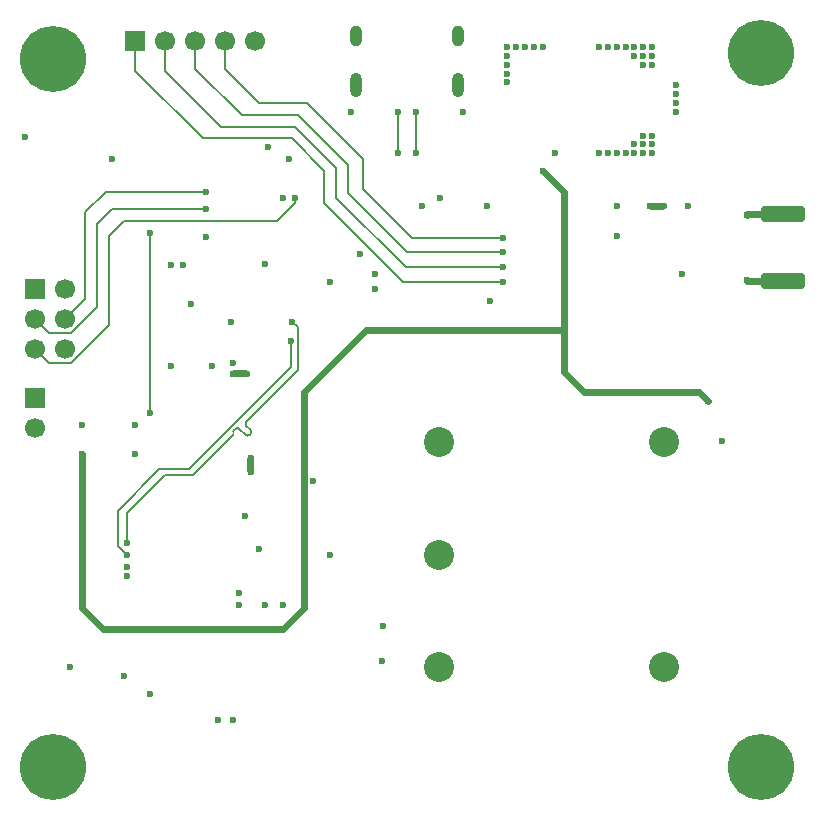
<source format=gbr>
%TF.GenerationSoftware,KiCad,Pcbnew,9.0.4*%
%TF.CreationDate,2025-10-02T19:15:19+02:00*%
%TF.ProjectId,gpsdo,67707364-6f2e-46b6-9963-61645f706362,rev?*%
%TF.SameCoordinates,Original*%
%TF.FileFunction,Copper,L4,Bot*%
%TF.FilePolarity,Positive*%
%FSLAX46Y46*%
G04 Gerber Fmt 4.6, Leading zero omitted, Abs format (unit mm)*
G04 Created by KiCad (PCBNEW 9.0.4) date 2025-10-02 19:15:19*
%MOMM*%
%LPD*%
G01*
G04 APERTURE LIST*
G04 Aperture macros list*
%AMRoundRect*
0 Rectangle with rounded corners*
0 $1 Rounding radius*
0 $2 $3 $4 $5 $6 $7 $8 $9 X,Y pos of 4 corners*
0 Add a 4 corners polygon primitive as box body*
4,1,4,$2,$3,$4,$5,$6,$7,$8,$9,$2,$3,0*
0 Add four circle primitives for the rounded corners*
1,1,$1+$1,$2,$3*
1,1,$1+$1,$4,$5*
1,1,$1+$1,$6,$7*
1,1,$1+$1,$8,$9*
0 Add four rect primitives between the rounded corners*
20,1,$1+$1,$2,$3,$4,$5,0*
20,1,$1+$1,$4,$5,$6,$7,0*
20,1,$1+$1,$6,$7,$8,$9,0*
20,1,$1+$1,$8,$9,$2,$3,0*%
G04 Aperture macros list end*
%TA.AperFunction,EtchedComponent*%
%ADD10C,0.000000*%
%TD*%
%TA.AperFunction,ComponentPad*%
%ADD11R,1.700000X1.700000*%
%TD*%
%TA.AperFunction,ComponentPad*%
%ADD12C,1.700000*%
%TD*%
%TA.AperFunction,ConnectorPad*%
%ADD13C,5.600000*%
%TD*%
%TA.AperFunction,ComponentPad*%
%ADD14C,3.600000*%
%TD*%
%TA.AperFunction,SMDPad,CuDef*%
%ADD15RoundRect,0.250000X1.600000X-0.425000X1.600000X0.425000X-1.600000X0.425000X-1.600000X-0.425000X0*%
%TD*%
%TA.AperFunction,HeatsinkPad*%
%ADD16O,1.000000X1.800000*%
%TD*%
%TA.AperFunction,HeatsinkPad*%
%ADD17O,1.000000X2.100000*%
%TD*%
%TA.AperFunction,ComponentPad*%
%ADD18C,0.600000*%
%TD*%
%TA.AperFunction,ComponentPad*%
%ADD19C,2.540000*%
%TD*%
%TA.AperFunction,ViaPad*%
%ADD20C,0.600000*%
%TD*%
%TA.AperFunction,Conductor*%
%ADD21C,0.200000*%
%TD*%
%TA.AperFunction,Conductor*%
%ADD22C,0.600000*%
%TD*%
G04 APERTURE END LIST*
D10*
%TA.AperFunction,EtchedComponent*%
%TO.C,NT1*%
G36*
X129800000Y-104750000D02*
G01*
X129200000Y-104750000D01*
X129200000Y-103550000D01*
X129800000Y-103550000D01*
X129800000Y-104750000D01*
G37*
%TD.AperFunction*%
%TA.AperFunction,EtchedComponent*%
%TO.C,NT2*%
G36*
X129200000Y-96700000D02*
G01*
X128000000Y-96700000D01*
X128000000Y-96100000D01*
X129200000Y-96100000D01*
X129200000Y-96700000D01*
G37*
%TD.AperFunction*%
%TA.AperFunction,EtchedComponent*%
%TO.C,NT3*%
G36*
X164500000Y-82550000D02*
G01*
X163300000Y-82550000D01*
X163300000Y-81950000D01*
X164500000Y-81950000D01*
X164500000Y-82550000D01*
G37*
%TD.AperFunction*%
%TD*%
D11*
%TO.P,J7,1,Pin_1*%
%TO.N,OCXO_5MHZ*%
X119750000Y-68250000D03*
D12*
%TO.P,J7,2,Pin_2*%
%TO.N,OCXO_2.5MHZ*%
X122290000Y-68250000D03*
%TO.P,J7,3,Pin_3*%
%TO.N,OCXO_1.25MHZ*%
X124830000Y-68250000D03*
%TO.P,J7,4,Pin_4*%
%TO.N,OCXO_625KHZ*%
X127370000Y-68250000D03*
%TO.P,J7,5,Pin_5*%
%TO.N,GND*%
X129910000Y-68250000D03*
%TD*%
D13*
%TO.P,REF\u002A\u002A,1*%
%TO.N,N/C*%
X112750000Y-69750000D03*
D14*
X112750000Y-69750000D03*
%TD*%
D12*
%TO.P,J1,2,Pin_2*%
%TO.N,GND*%
X111250000Y-101015000D03*
D11*
%TO.P,J1,1,Pin_1*%
%TO.N,PPS_5V*%
X111250000Y-98475000D03*
%TD*%
D15*
%TO.P,J5,2,Ext*%
%TO.N,GNDA*%
X174587500Y-88575000D03*
X174587500Y-82925000D03*
%TD*%
D13*
%TO.P,REF\u002A\u002A,1*%
%TO.N,N/C*%
X172750000Y-129750000D03*
D14*
X172750000Y-129750000D03*
%TD*%
D16*
%TO.P,J3,S1,SHIELD*%
%TO.N,GND*%
X138430000Y-67800000D03*
D17*
X138430000Y-72000000D03*
D16*
X147070000Y-67800000D03*
D17*
X147070000Y-72000000D03*
%TD*%
D13*
%TO.P,REF\u002A\u002A,1*%
%TO.N,N/C*%
X172750000Y-69250000D03*
D14*
X172750000Y-69250000D03*
%TD*%
D13*
%TO.P,REF\u002A\u002A,1*%
%TO.N,N/C*%
X112750000Y-129750000D03*
D14*
X112750000Y-129750000D03*
%TD*%
D18*
%TO.P,NT1,2,2*%
%TO.N,GND*%
X129500000Y-103550000D03*
%TO.P,NT1,1,1*%
%TO.N,GNDA*%
X129500000Y-104750000D03*
%TD*%
%TO.P,NT2,2,2*%
%TO.N,VDD_3V3*%
X128000000Y-96400000D03*
%TO.P,NT2,1,1*%
%TO.N,VDDA_3V3*%
X129200000Y-96400000D03*
%TD*%
D12*
%TO.P,J2,6,Pin_6*%
%TO.N,GND*%
X113790000Y-94357500D03*
%TO.P,J2,5,Pin_5*%
%TO.N,SWDIO*%
X111250000Y-94357500D03*
%TO.P,J2,4,Pin_4*%
%TO.N,SWCLK*%
X113790000Y-91817500D03*
%TO.P,J2,3,Pin_3*%
%TO.N,SWO*%
X111250000Y-91817500D03*
%TO.P,J2,2,Pin_2*%
%TO.N,NRST*%
X113790000Y-89277500D03*
D11*
%TO.P,J2,1,Pin_1*%
%TO.N,VDD_3V3*%
X111250000Y-89277500D03*
%TD*%
D18*
%TO.P,NT3,2,2*%
%TO.N,GND*%
X163300000Y-82250000D03*
%TO.P,NT3,1,1*%
%TO.N,GNDA*%
X164500000Y-82250000D03*
%TD*%
D19*
%TO.P,OSC5A2B1,5,Vcc*%
%TO.N,VCC_5V*%
X164500000Y-102225000D03*
%TO.P,OSC5A2B1,4,NC*%
%TO.N,unconnected-(OSC5A2B1-NC-Pad4)*%
X164500000Y-121275000D03*
%TO.P,OSC5A2B1,3,Vref*%
%TO.N,Net-(OSC5A2B1-Vref)*%
X145450000Y-121275000D03*
%TO.P,OSC5A2B1,2,GND*%
%TO.N,GNDA*%
X145450000Y-111750000D03*
%TO.P,OSC5A2B1,1,Out*%
%TO.N,OCXO_Out*%
X145450000Y-102225000D03*
%TD*%
D20*
%TO.N,VDD_3V3*%
X129000000Y-108500000D03*
%TO.N,GNDA*%
X134800000Y-105500000D03*
%TO.N,GND*%
X119750000Y-100750000D03*
%TO.N,VDD_3V3*%
X119750000Y-103250000D03*
%TO.N,GND*%
X115250000Y-100750000D03*
%TO.N,VCC_5V*%
X115250000Y-103250000D03*
X151000000Y-92750000D03*
%TO.N,GND*%
X149750000Y-90250000D03*
X149500000Y-82250000D03*
X144000000Y-82250000D03*
%TO.N,VDD_3V3*%
X145500000Y-81500000D03*
%TO.N,OCXO_5MHZ*%
X150905000Y-88655000D03*
%TO.N,OCXO_2.5MHZ*%
X150865000Y-87385000D03*
%TO.N,OCXO_1.25MHZ*%
X150865000Y-86115000D03*
%TO.N,OCXO_625KHZ*%
X150865000Y-84900000D03*
%TO.N,VCC_5V*%
X156000000Y-92750000D03*
%TO.N,GND*%
X160500000Y-84750000D03*
X160500000Y-82250000D03*
%TO.N,VCC_5V*%
X168250000Y-98750000D03*
X126250000Y-118000000D03*
X134000000Y-114000000D03*
%TO.N,GND*%
X126250000Y-95750000D03*
X122750000Y-95750000D03*
X165500000Y-74250000D03*
X152000000Y-68750000D03*
X119000000Y-112750000D03*
X151250000Y-71000000D03*
X138000000Y-74250000D03*
X152750000Y-68750000D03*
X165500000Y-72750000D03*
X151250000Y-68750000D03*
X124500000Y-90500000D03*
X153500000Y-68750000D03*
X136250000Y-88650000D03*
X117800000Y-78200000D03*
X140000000Y-89250000D03*
X165500000Y-73500000D03*
X165500000Y-72000000D03*
X154250000Y-68750000D03*
X128000000Y-95500000D03*
X132250000Y-81500000D03*
X140000000Y-88000000D03*
X155250000Y-77750000D03*
X151250000Y-71750000D03*
X130687500Y-87115000D03*
X151250000Y-70250000D03*
X151250000Y-69500000D03*
X127850000Y-92000000D03*
X125750000Y-84850000D03*
X132750000Y-78250000D03*
X147500000Y-74250000D03*
X122750000Y-87250000D03*
%TO.N,AD5541A_CS*%
X121000000Y-84500000D03*
X121000000Y-99750000D03*
%TO.N,AD5541A_DIN*%
X132900000Y-93625000D03*
X119000000Y-111750000D03*
%TO.N,AD5541A_SCLK*%
X119000000Y-110713343D03*
X133000000Y-92000000D03*
%TO.N,SWCLK*%
X125750000Y-81000000D03*
%TO.N,SWO*%
X125750000Y-82500000D03*
%TO.N,SWDIO*%
X133250000Y-81500000D03*
%TO.N,USB_P*%
X142000000Y-77750000D03*
X142000000Y-74250000D03*
%TO.N,USB_N*%
X143536657Y-74250000D03*
X143500000Y-77750000D03*
%TO.N,GNDA*%
X166500000Y-82250000D03*
X130750000Y-116000000D03*
X166000000Y-88000000D03*
X132250000Y-116000000D03*
X130250000Y-111250000D03*
X171500000Y-83000000D03*
X121000000Y-123500000D03*
X118750000Y-122000000D03*
X140625000Y-120750000D03*
X126750000Y-125750000D03*
X171500000Y-88500000D03*
X128500000Y-115978750D03*
X128000000Y-125750000D03*
X140750000Y-117750000D03*
X169407500Y-102092500D03*
X128500000Y-114978750D03*
X114250000Y-121250000D03*
%TO.N,VDD_3V3*%
X163500000Y-76250000D03*
X159000000Y-77750000D03*
X163500000Y-68750000D03*
X163500000Y-69500000D03*
X162750000Y-68750000D03*
X162750000Y-77000000D03*
X162000000Y-69500000D03*
X163500000Y-77000000D03*
X110400000Y-76400000D03*
X162750000Y-69500000D03*
X159750000Y-68750000D03*
X162000000Y-77000000D03*
X160500000Y-68750000D03*
X162750000Y-76250000D03*
X162000000Y-68750000D03*
X163500000Y-70250000D03*
X162750000Y-70250000D03*
X161250000Y-68750000D03*
X138750000Y-86250000D03*
X119000000Y-113550003D03*
X162750000Y-77750000D03*
X160500000Y-77750000D03*
X162000000Y-77750000D03*
X131000000Y-77250000D03*
X123750000Y-87250000D03*
X159750000Y-77750000D03*
X136250000Y-111750000D03*
X159000000Y-68750000D03*
X163500000Y-77750000D03*
X161250000Y-77750000D03*
%TO.N,VCC_5V*%
X154250000Y-79250000D03*
%TD*%
D21*
%TO.N,AD5541A_CS*%
X121000000Y-84500000D02*
X121000000Y-99750000D01*
%TO.N,OCXO_5MHZ*%
X135750000Y-82000000D02*
X142405000Y-88655000D01*
X135750000Y-79250000D02*
X135750000Y-82000000D01*
X142405000Y-88655000D02*
X150905000Y-88655000D01*
X125500000Y-76500000D02*
X133000000Y-76500000D01*
X133000000Y-76500000D02*
X135750000Y-79250000D01*
X119750000Y-70750000D02*
X125500000Y-76500000D01*
X119750000Y-68250000D02*
X119750000Y-70750000D01*
D22*
%TO.N,VCC_5V*%
X115250000Y-116250000D02*
X115250000Y-103250000D01*
X117000000Y-118000000D02*
X115250000Y-116250000D01*
X126250000Y-118000000D02*
X117000000Y-118000000D01*
X154250000Y-79250000D02*
X156000000Y-81000000D01*
X156000000Y-81000000D02*
X156000000Y-92750000D01*
X157750000Y-98000000D02*
X156000000Y-96250000D01*
X167500000Y-98000000D02*
X157750000Y-98000000D01*
X168250000Y-98750000D02*
X167500000Y-98000000D01*
X156000000Y-96250000D02*
X156000000Y-92750000D01*
X151000000Y-92750000D02*
X139250000Y-92750000D01*
D21*
%TO.N,OCXO_625KHZ*%
X150865000Y-84900000D02*
X143150000Y-84900000D01*
X139000000Y-80750000D02*
X143150000Y-84900000D01*
X130250000Y-73500000D02*
X134250000Y-73500000D01*
X134250000Y-73500000D02*
X139000000Y-78250000D01*
X139000000Y-78250000D02*
X139000000Y-80750000D01*
X127370000Y-70620000D02*
X130250000Y-73500000D01*
X127370000Y-68250000D02*
X127370000Y-70620000D01*
%TO.N,OCXO_1.25MHZ*%
X137750000Y-81099943D02*
X142765057Y-86115000D01*
X133500000Y-74500000D02*
X137750000Y-78750000D01*
X142765057Y-86115000D02*
X150865000Y-86115000D01*
X124830000Y-70580000D02*
X128750000Y-74500000D01*
X128750000Y-74500000D02*
X133500000Y-74500000D01*
X124830000Y-68250000D02*
X124830000Y-70580000D01*
X137750000Y-78750000D02*
X137750000Y-81099943D01*
%TO.N,OCXO_2.5MHZ*%
X136750000Y-81500000D02*
X142635000Y-87385000D01*
X133250000Y-75500000D02*
X136750000Y-79000000D01*
X142635000Y-87385000D02*
X150885000Y-87385000D01*
X127000000Y-75500000D02*
X133250000Y-75500000D01*
X122290000Y-70790000D02*
X127000000Y-75500000D01*
X122290000Y-68250000D02*
X122290000Y-70790000D01*
X136750000Y-79000000D02*
X136750000Y-81500000D01*
D22*
%TO.N,VCC_5V*%
X134000000Y-98000000D02*
X134000000Y-114000000D01*
X139250000Y-92750000D02*
X134000000Y-98000000D01*
X151000000Y-92750000D02*
X156000000Y-92750000D01*
X132250000Y-118000000D02*
X134000000Y-116250000D01*
X134000000Y-116250000D02*
X134000000Y-114000000D01*
X126250000Y-118000000D02*
X132250000Y-118000000D01*
D21*
%TO.N,AD5541A_DIN*%
X118250000Y-108000000D02*
X121750000Y-104500000D01*
X124250000Y-104500000D02*
X132900000Y-95850000D01*
X121750000Y-104500000D02*
X124250000Y-104500000D01*
X118250000Y-111000000D02*
X118250000Y-108000000D01*
X132900000Y-95850000D02*
X132900000Y-93625000D01*
X119000000Y-111750000D02*
X118250000Y-111000000D01*
%TO.N,AD5541A_SCLK*%
X119000000Y-110613343D02*
X119100000Y-110713343D01*
X133000000Y-92000000D02*
X133500000Y-92500000D01*
X128054167Y-101570830D02*
X127771325Y-101853674D01*
X119000000Y-108250000D02*
X119000000Y-110613343D01*
X124625000Y-105000000D02*
X122250000Y-105000000D01*
X129503506Y-101521102D02*
X129418653Y-101605956D01*
X128549144Y-101075859D02*
X128549144Y-101075856D01*
X128337011Y-101005145D02*
X128054167Y-101287988D01*
X124625000Y-105000000D02*
X127771325Y-101853674D01*
X129143114Y-100821298D02*
X129503506Y-101181690D01*
X128549144Y-101075859D02*
X129079241Y-101605956D01*
X133500000Y-96125000D02*
X129143114Y-100481886D01*
X119100000Y-110713343D02*
X119000000Y-110713343D01*
X133500000Y-92500000D02*
X133500000Y-96125000D01*
X122250000Y-105000000D02*
X119000000Y-108250000D01*
X128549144Y-101075856D02*
X128478433Y-101005145D01*
X129143114Y-100481886D02*
G75*
G03*
X129143106Y-100821306I169686J-169714D01*
G01*
X129418653Y-101605956D02*
G75*
G02*
X129079241Y-101605956I-169706J169708D01*
G01*
X129503506Y-101181690D02*
G75*
G02*
X129503510Y-101521106I-169706J-169710D01*
G01*
X128478433Y-101005145D02*
G75*
G03*
X128337011Y-101005145I-70711J-70713D01*
G01*
X128054167Y-101287988D02*
G75*
G03*
X128054165Y-101429410I70733J-70712D01*
G01*
X128054167Y-101429409D02*
G75*
G02*
X128054148Y-101570810I-70667J-70691D01*
G01*
%TO.N,SWCLK*%
X117250000Y-81000000D02*
X115500000Y-82750000D01*
X115500000Y-90107500D02*
X113790000Y-91817500D01*
X115500000Y-82750000D02*
X115500000Y-90107500D01*
X125750000Y-81000000D02*
X117250000Y-81000000D01*
%TO.N,SWO*%
X116500000Y-83750000D02*
X116500000Y-90735260D01*
X116500000Y-90735260D02*
X114266760Y-92968500D01*
X114266760Y-92968500D02*
X112401000Y-92968500D01*
X125750000Y-82500000D02*
X117750000Y-82500000D01*
X117750000Y-82500000D02*
X116500000Y-83750000D01*
X112401000Y-92968500D02*
X111250000Y-91817500D01*
%TO.N,USB_P*%
X142000000Y-74250000D02*
X142000000Y-77750000D01*
%TO.N,USB_N*%
X143536657Y-77713343D02*
X143500000Y-77750000D01*
X143536657Y-74250000D02*
X143536657Y-77713343D01*
D22*
%TO.N,GNDA*%
X174587500Y-88575000D02*
X171575000Y-88575000D01*
X171575000Y-82925000D02*
X171500000Y-83000000D01*
X171575000Y-88575000D02*
X171500000Y-88500000D01*
X174587500Y-82925000D02*
X171575000Y-82925000D01*
D21*
%TO.N,SWDIO*%
X112401000Y-95508500D02*
X111250000Y-94357500D01*
X114266760Y-95508500D02*
X117500000Y-92275260D01*
X114266760Y-95508500D02*
X112401000Y-95508500D01*
X131750000Y-83500000D02*
X118750000Y-83500000D01*
X117500000Y-92275260D02*
X117500000Y-84750000D01*
X133250000Y-82000000D02*
X131750000Y-83500000D01*
X118750000Y-83500000D02*
X117500000Y-84750000D01*
X133250000Y-81500000D02*
X133250000Y-82000000D01*
%TD*%
M02*

</source>
